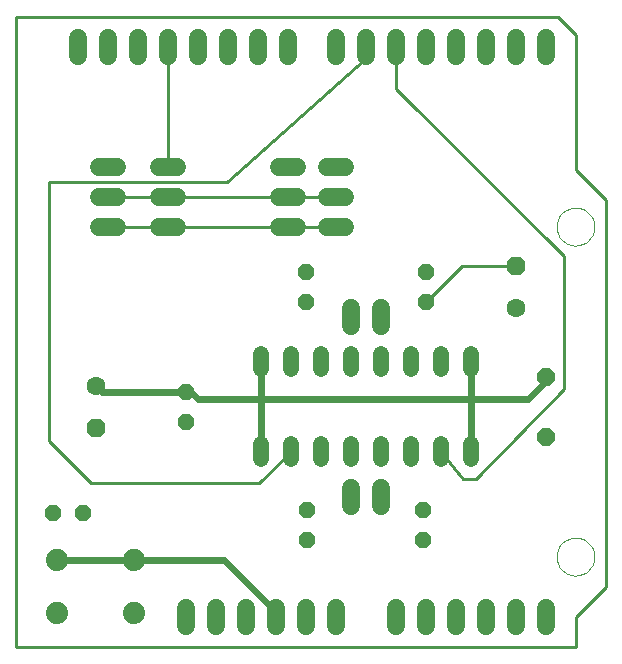
<source format=gtl>
G75*
G70*
%OFA0B0*%
%FSLAX24Y24*%
%IPPOS*%
%LPD*%
%AMOC8*
5,1,8,0,0,1.08239X$1,22.5*
%
%ADD10C,0.0000*%
%ADD11C,0.0100*%
%ADD12C,0.0600*%
%ADD13OC8,0.0520*%
%ADD14OC8,0.0630*%
%ADD15C,0.0630*%
%ADD16C,0.0520*%
%ADD17OC8,0.0600*%
%ADD18C,0.0740*%
%ADD19C,0.0240*%
%ADD20C,0.0120*%
D10*
X018164Y003151D02*
X018166Y003201D01*
X018172Y003251D01*
X018182Y003300D01*
X018196Y003348D01*
X018213Y003395D01*
X018234Y003440D01*
X018259Y003484D01*
X018287Y003525D01*
X018319Y003564D01*
X018353Y003601D01*
X018390Y003635D01*
X018430Y003665D01*
X018472Y003692D01*
X018516Y003716D01*
X018562Y003737D01*
X018609Y003753D01*
X018657Y003766D01*
X018707Y003775D01*
X018756Y003780D01*
X018807Y003781D01*
X018857Y003778D01*
X018906Y003771D01*
X018955Y003760D01*
X019003Y003745D01*
X019049Y003727D01*
X019094Y003705D01*
X019137Y003679D01*
X019178Y003650D01*
X019217Y003618D01*
X019253Y003583D01*
X019285Y003545D01*
X019315Y003505D01*
X019342Y003462D01*
X019365Y003418D01*
X019384Y003372D01*
X019400Y003324D01*
X019412Y003275D01*
X019420Y003226D01*
X019424Y003176D01*
X019424Y003126D01*
X019420Y003076D01*
X019412Y003027D01*
X019400Y002978D01*
X019384Y002930D01*
X019365Y002884D01*
X019342Y002840D01*
X019315Y002797D01*
X019285Y002757D01*
X019253Y002719D01*
X019217Y002684D01*
X019178Y002652D01*
X019137Y002623D01*
X019094Y002597D01*
X019049Y002575D01*
X019003Y002557D01*
X018955Y002542D01*
X018906Y002531D01*
X018857Y002524D01*
X018807Y002521D01*
X018756Y002522D01*
X018707Y002527D01*
X018657Y002536D01*
X018609Y002549D01*
X018562Y002565D01*
X018516Y002586D01*
X018472Y002610D01*
X018430Y002637D01*
X018390Y002667D01*
X018353Y002701D01*
X018319Y002738D01*
X018287Y002777D01*
X018259Y002818D01*
X018234Y002862D01*
X018213Y002907D01*
X018196Y002954D01*
X018182Y003002D01*
X018172Y003051D01*
X018166Y003101D01*
X018164Y003151D01*
X018164Y014151D02*
X018166Y014201D01*
X018172Y014251D01*
X018182Y014300D01*
X018196Y014348D01*
X018213Y014395D01*
X018234Y014440D01*
X018259Y014484D01*
X018287Y014525D01*
X018319Y014564D01*
X018353Y014601D01*
X018390Y014635D01*
X018430Y014665D01*
X018472Y014692D01*
X018516Y014716D01*
X018562Y014737D01*
X018609Y014753D01*
X018657Y014766D01*
X018707Y014775D01*
X018756Y014780D01*
X018807Y014781D01*
X018857Y014778D01*
X018906Y014771D01*
X018955Y014760D01*
X019003Y014745D01*
X019049Y014727D01*
X019094Y014705D01*
X019137Y014679D01*
X019178Y014650D01*
X019217Y014618D01*
X019253Y014583D01*
X019285Y014545D01*
X019315Y014505D01*
X019342Y014462D01*
X019365Y014418D01*
X019384Y014372D01*
X019400Y014324D01*
X019412Y014275D01*
X019420Y014226D01*
X019424Y014176D01*
X019424Y014126D01*
X019420Y014076D01*
X019412Y014027D01*
X019400Y013978D01*
X019384Y013930D01*
X019365Y013884D01*
X019342Y013840D01*
X019315Y013797D01*
X019285Y013757D01*
X019253Y013719D01*
X019217Y013684D01*
X019178Y013652D01*
X019137Y013623D01*
X019094Y013597D01*
X019049Y013575D01*
X019003Y013557D01*
X018955Y013542D01*
X018906Y013531D01*
X018857Y013524D01*
X018807Y013521D01*
X018756Y013522D01*
X018707Y013527D01*
X018657Y013536D01*
X018609Y013549D01*
X018562Y013565D01*
X018516Y013586D01*
X018472Y013610D01*
X018430Y013637D01*
X018390Y013667D01*
X018353Y013701D01*
X018319Y013738D01*
X018287Y013777D01*
X018259Y013818D01*
X018234Y013862D01*
X018213Y013907D01*
X018196Y013954D01*
X018182Y014002D01*
X018172Y014051D01*
X018166Y014101D01*
X018164Y014151D01*
D11*
X000154Y021151D02*
X000154Y000151D01*
X018794Y000151D01*
X018794Y001151D01*
X019794Y002151D01*
X019794Y015051D01*
X018794Y016051D01*
X018794Y020551D01*
X018194Y021151D01*
X000154Y021151D01*
X005194Y020151D02*
X005194Y016151D01*
X005194Y015151D02*
X009194Y015151D01*
X010794Y015151D01*
X010794Y014151D02*
X009194Y014151D01*
X005194Y014151D01*
X003194Y014151D01*
X003194Y015151D02*
X005194Y015151D01*
X007193Y015652D02*
X001251Y015652D01*
X001251Y007018D01*
X002651Y005617D01*
X008260Y005617D01*
X009294Y006651D01*
X013794Y011651D02*
X014994Y012851D01*
X016794Y012851D01*
X018411Y013174D02*
X012794Y018751D01*
X012794Y020151D01*
X011809Y019757D02*
X007193Y015652D01*
X014294Y006651D02*
X015052Y005736D01*
X015493Y005736D01*
X018411Y008732D01*
X018411Y013174D01*
D12*
X012294Y011451D02*
X012294Y010851D01*
X011294Y010851D02*
X011294Y011451D01*
X011094Y014151D02*
X010494Y014151D01*
X010494Y015151D02*
X011094Y015151D01*
X011094Y016151D02*
X010494Y016151D01*
X009494Y016151D02*
X008894Y016151D01*
X008894Y015151D02*
X009494Y015151D01*
X009494Y014151D02*
X008894Y014151D01*
X005494Y014151D02*
X004894Y014151D01*
X004894Y015151D02*
X005494Y015151D01*
X005494Y016151D02*
X004894Y016151D01*
X003494Y016151D02*
X002894Y016151D01*
X002894Y015151D02*
X003494Y015151D01*
X003494Y014151D02*
X002894Y014151D01*
X003194Y019851D02*
X003194Y020451D01*
X004194Y020451D02*
X004194Y019851D01*
X005194Y019851D02*
X005194Y020451D01*
X006194Y020451D02*
X006194Y019851D01*
X007194Y019851D02*
X007194Y020451D01*
X008194Y020451D02*
X008194Y019851D01*
X009194Y019851D02*
X009194Y020451D01*
X010794Y020451D02*
X010794Y019851D01*
X011794Y019851D02*
X011794Y020451D01*
X012794Y020451D02*
X012794Y019851D01*
X013794Y019851D02*
X013794Y020451D01*
X014794Y020451D02*
X014794Y019851D01*
X015794Y019851D02*
X015794Y020451D01*
X016794Y020451D02*
X016794Y019851D01*
X017794Y019851D02*
X017794Y020451D01*
X012294Y005451D02*
X012294Y004851D01*
X011294Y004851D02*
X011294Y005451D01*
X010794Y001451D02*
X010794Y000851D01*
X009794Y000851D02*
X009794Y001451D01*
X008794Y001451D02*
X008794Y000851D01*
X007794Y000851D02*
X007794Y001451D01*
X006794Y001451D02*
X006794Y000851D01*
X005794Y000851D02*
X005794Y001451D01*
X012794Y001451D02*
X012794Y000851D01*
X013794Y000851D02*
X013794Y001451D01*
X014794Y001451D02*
X014794Y000851D01*
X015794Y000851D02*
X015794Y001451D01*
X016794Y001451D02*
X016794Y000851D01*
X017794Y000851D02*
X017794Y001451D01*
X002194Y019851D02*
X002194Y020451D01*
D13*
X009794Y012651D03*
X009794Y011651D03*
X013794Y011651D03*
X013794Y012651D03*
X013723Y004722D03*
X013723Y003722D03*
X009849Y003722D03*
X009849Y004722D03*
X005794Y007651D03*
X005794Y008651D03*
X002388Y004616D03*
X001388Y004616D03*
D14*
X002794Y007451D03*
X016794Y012851D03*
D15*
X016794Y011451D03*
X002794Y008851D03*
D16*
X008294Y009391D02*
X008294Y009911D01*
X009294Y009911D02*
X009294Y009391D01*
X010294Y009391D02*
X010294Y009911D01*
X011294Y009911D02*
X011294Y009391D01*
X012294Y009391D02*
X012294Y009911D01*
X013294Y009911D02*
X013294Y009391D01*
X014294Y009391D02*
X014294Y009911D01*
X015294Y009911D02*
X015294Y009391D01*
X015294Y006911D02*
X015294Y006391D01*
X014294Y006391D02*
X014294Y006911D01*
X013294Y006911D02*
X013294Y006391D01*
X012294Y006391D02*
X012294Y006911D01*
X011294Y006911D02*
X011294Y006391D01*
X010294Y006391D02*
X010294Y006911D01*
X009294Y006911D02*
X009294Y006391D01*
X008294Y006391D02*
X008294Y006911D01*
D17*
X017794Y007151D03*
X017794Y009151D03*
D18*
X004074Y003041D03*
X004074Y001261D03*
X001514Y001261D03*
X001514Y003041D03*
D19*
X004074Y003041D01*
X007069Y003041D01*
X008739Y001372D01*
X008739Y001206D01*
X008794Y001151D01*
X008294Y006651D02*
X008294Y008419D01*
X006223Y008419D01*
X005991Y008651D01*
X005794Y008651D01*
X002994Y008651D01*
X002794Y008851D01*
X008294Y008419D02*
X008294Y009651D01*
X008294Y008419D02*
X015294Y008419D01*
X015294Y006651D01*
X015294Y008419D02*
X015294Y009651D01*
X015294Y008419D02*
X017203Y008419D01*
X017794Y009009D01*
X017794Y009151D01*
D20*
X011809Y019757D02*
X011809Y020135D01*
X011794Y020151D01*
M02*

</source>
